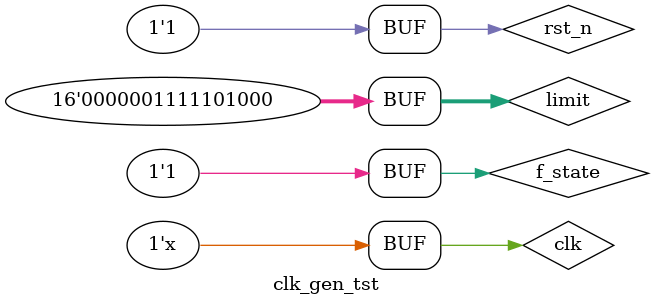
<source format=v>
`timescale 1ns / 1ps


module clk_gen_tst;

	// Inputs
	reg clk;
	reg rst_n;
	reg f_state;
	reg [15:0] limit;
	// Outputs
	wire clk_out;
	wire en;
	// Instantiate the Unit Under Test (UUT)
	clk_generator uut (
		.clk(clk), 
		.rst_n(rst_n), 
		.en(en), 
		.f_state(f_state), 
		.limit(limit), 
		.clk_out(clk_out)
	);

	initial begin
		// Initialize Inputs
		clk = 0;
		rst_n = 0;
		f_state = 1;
		limit = 0;

		// Wait 100 ns for global reset to finish
		#100;
		// Add stimulus here
		rst_n 	= 1;
		f_state 	= 1;
		limit 	= 10;
		#20
		rst_n 	= 1;
		f_state 	= 1;
		limit 	= 10;
		#400
		rst_n 	= 0;
		f_state 	= 1;
		limit 	= 10;
		#20
		rst_n 	= 1;
		f_state 	= 1;
		limit 	= 20;
		#400
		rst_n 	= 0;
		f_state 	= 1;
		limit 	= 20;
		#20
		rst_n 	= 1;
		f_state 	= 1;
		limit 	= 16'd1000;
	end
	
	always #5 clk = ~clk;
      
endmodule


</source>
